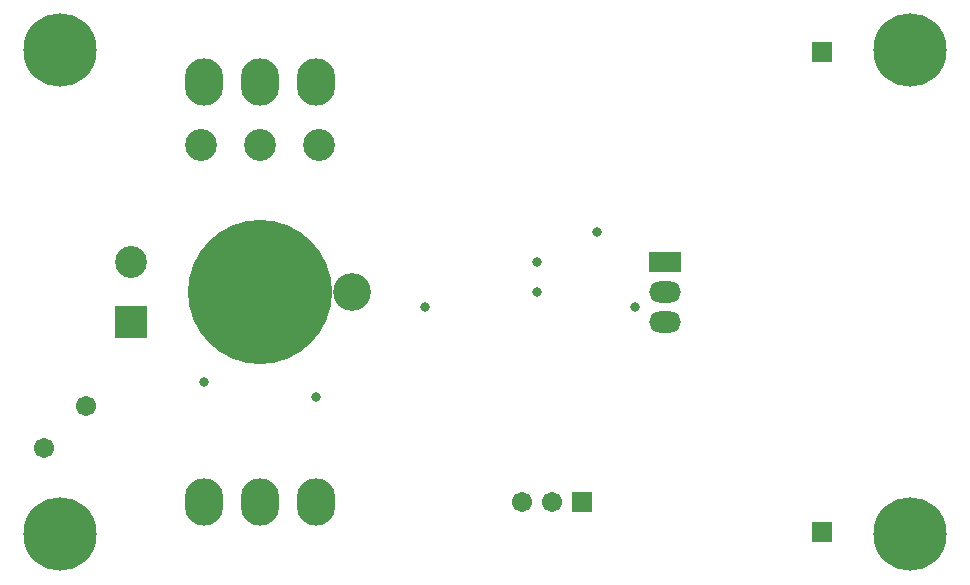
<source format=gts>
G04 Layer_Color=20142*
%FSAX43Y43*%
%MOMM*%
G71*
G01*
G75*
%ADD37R,1.703X1.703*%
%ADD38C,1.703*%
%ADD39O,2.703X1.803*%
%ADD40R,2.703X1.803*%
%ADD41C,2.703*%
%ADD42R,2.703X2.703*%
%ADD43O,3.251X4.013*%
%ADD44R,1.727X1.727*%
%ADD45C,12.203*%
%ADD46C,3.203*%
%ADD47C,6.203*%
%ADD48C,0.813*%
D37*
X0073255Y0031720D02*
D03*
D38*
X0070715D02*
D03*
X0068175D02*
D03*
X0027672Y0036302D02*
D03*
X0031208Y0039838D02*
D03*
D39*
X0080240Y0046960D02*
D03*
Y0049500D02*
D03*
D40*
Y0052040D02*
D03*
D41*
X0035000Y0052040D02*
D03*
X0050950Y0062000D02*
D03*
X0045950D02*
D03*
X0040950D02*
D03*
D42*
X0035000Y0046960D02*
D03*
D43*
X0041244Y0031720D02*
D03*
X0050700D02*
D03*
X0045950Y0031720D02*
D03*
X0041244Y0067280D02*
D03*
X0050700D02*
D03*
X0045950Y0067280D02*
D03*
D44*
X0093575Y0029180D02*
D03*
Y0069820D02*
D03*
D45*
X0045950Y0049500D02*
D03*
D46*
X0053750D02*
D03*
D47*
X0029000Y0029000D02*
D03*
X0101000D02*
D03*
Y0070000D02*
D03*
X0029000D02*
D03*
D48*
X0069445Y0049500D02*
D03*
X0074525Y0054580D02*
D03*
X0069445Y0052040D02*
D03*
X0077700Y0048230D02*
D03*
X0059920D02*
D03*
X0050700Y0040610D02*
D03*
X0041244Y0041880D02*
D03*
M02*

</source>
